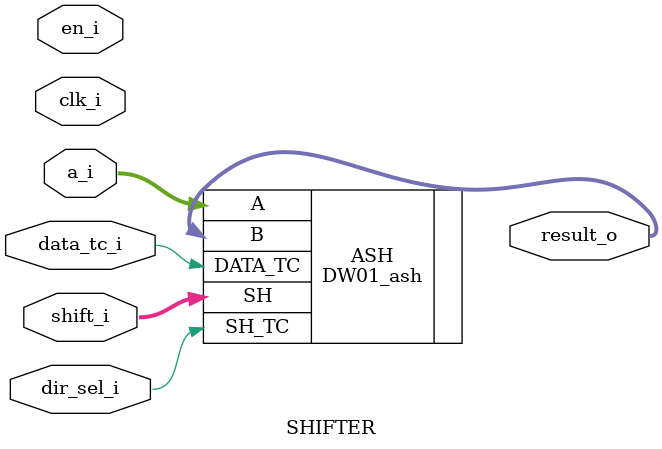
<source format=sv>
/*
###########################################
# Title:  SHIFTER.sv
# Author: Michal Gorywoda
# Date:   29.02.2024
###########################################
*/
module SHIFTER #(
    parameter DATA_WIDTH = 32
    )(
    input                       clk_i,
    input                       en_i,
    input                       dir_sel_i,  
    input                       data_tc_i,
    input [DATA_WIDTH-1:0]      a_i,
    input [DATA_WIDTH-1:0]      shift_i,
    output [DATA_WIDTH-1:0]     result_o

);


DW01_ash #(
    .A_width(DATA_WIDTH), 
    .SH_width(DATA_WIDTH)
    ) ASH (
        .A(a_i), 
        .DATA_TC(data_tc_i), 
        .SH(shift_i),
        .SH_TC(dir_sel_i), 
        .B(result_o) 
    );



endmodule
</source>
